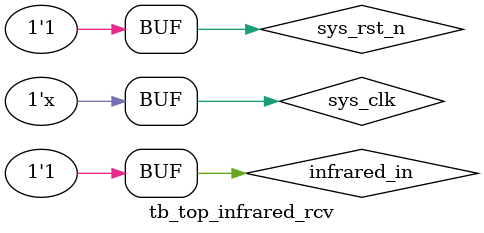
<source format=v>
`timescale  1ns/1ns

module  tb_top_infrared_rcv();

//********************************************************************//
//****************** Parameter and Internal Signal *******************//
//********************************************************************//

//wire  define
wire         led    ;
wire         stcp   ;
wire         shcp   ;
wire         ds     ;
wire         oe     ;

//reg   define
reg     sys_clk     ;
reg     sys_rst_n   ;
reg     infrared_in ;

//********************************************************************//
//***************************** Main Code ****************************//
//********************************************************************//

//对sys_clk,sys_rst_n,infrared_in赋值
initial
    begin
        sys_clk     =   1'b1;
        sys_rst_n   <=  1'b0;
        infrared_in <=  1'b1;
        #100
        sys_rst_n   <=  1'b1;
//引导码
        #1000
        infrared_in <=  1'b0; #9000000
        infrared_in <=  1'b1; #4500000
//地址码（发送地址码8’h99）
//数据1
        infrared_in <=  1'b0; #560000
        infrared_in <=  1'b1; #1690000
//数据0
        infrared_in <=  1'b0; #560000
        infrared_in <=  1'b1; #560000
//数据0
        infrared_in <=  1'b0; #560000
        infrared_in <=  1'b1; #560000
//数据1
        infrared_in <=  1'b0; #560000
        infrared_in <=  1'b1; #1690000
//数据1
        infrared_in <=  1'b0; #560000
        infrared_in <=  1'b1; #1690000
//数据0
        infrared_in <=  1'b0; #560000
        infrared_in <=  1'b1; #560000
//数据0
        infrared_in <=  1'b0; #560000
        infrared_in <=  1'b1; #560000
//数据1
        infrared_in <=  1'b0; #560000
        infrared_in <=  1'b1; #1690000
//地址反码（地址反码为8’h66）
//数据0
        infrared_in <=  1'b0; #560000
        infrared_in <=  1'b1; #560000
//数据1
        infrared_in <=  1'b0; #560000
        infrared_in <=  1'b1; #1690000
//数据1
        infrared_in <=  1'b0; #560000
        infrared_in <=  1'b1; #1690000
//数据0
        infrared_in <=  1'b0; #560000
        infrared_in <=  1'b1; #560000
//数据0
        infrared_in <=  1'b0; #560000
        infrared_in <=  1'b1; #560000
//数据1
        infrared_in <=  1'b0; #560000
        infrared_in <=  1'b1; #1690000
//数据1
        infrared_in <=  1'b0; #560000
        infrared_in <=  1'b1; #1690000
//数据0
        infrared_in <=  1'b0; #560000
        infrared_in <=  1'b1; #560000
//数据码（发送数据码8’h22）
//数据0
        infrared_in <=  1'b0; #560000
        infrared_in <=  1'b1; #560000
//数据1
        infrared_in <=  1'b0; #560000
        infrared_in <=  1'b1; #1690000
//数据0
        infrared_in <=  1'b0; #560000
        infrared_in <=  1'b1; #560000
//数据0
        infrared_in <=  1'b0; #560000
        infrared_in <=  1'b1; #560000
//数据0
        infrared_in <=  1'b0; #560000
        infrared_in <=  1'b1; #560000
//数据1
        infrared_in <=  1'b0; #560000
        infrared_in <=  1'b1; #1690000
//数据0
        infrared_in <=  1'b0; #560000
        infrared_in <=  1'b1; #560000
//数据0
        infrared_in <=  1'b0; #560000
        infrared_in <=  1'b1; #560000
//数据反码（数据反码为8’hdd）
//数据1
        infrared_in <=  1'b0; #560000
        infrared_in <=  1'b1; #1690000
//数据0
        infrared_in <=  1'b0; #560000
        infrared_in <=  1'b1; #560000
//数据1
        infrared_in <=  1'b0; #560000
        infrared_in <=  1'b1; #1690000
//数据1
        infrared_in <=  1'b0; #560000
        infrared_in <=  1'b1; #1690000
//数据1
        infrared_in <=  1'b0; #560000
        infrared_in <=  1'b1; #1690000
//数据0
        infrared_in <=  1'b0; #560000
        infrared_in <=  1'b1; #560000
//数据1
        infrared_in <=  1'b0; #560000
        infrared_in <=  1'b1; #1690000
//数据1
        infrared_in <=  1'b0; #560000
        infrared_in <=  1'b1; #1690000
//重复码
        infrared_in <=  1'b0; #560000
        infrared_in <=  1'b1; #42000000
        infrared_in <=  1'b0; #9000000
        infrared_in <=  1'b1; #2250000
        infrared_in <=  1'b0; #560000
        infrared_in <=  1'b1;
    end

//clk:产生时钟
always  #10 sys_clk <=  ~sys_clk;

//********************************************************************//
//*************************** Instantiation **************************//
//********************************************************************//

top_infrared_rcv    top_infrared_rcv_inst
(
    .sys_clk     (sys_clk    ),   //系统时钟，频率50MHz
    .sys_rst_n   (sys_rst_n  ),   //复位信号，低电平有效
    .infrared_in (infrared_in),   //红外接收信号
    
    .stcp        (stcp       ),   //输出数据存储寄时钟
    .shcp        (shcp       ),   //移位寄存器的时钟输入
    .ds          (ds         ),   //串行数据输入
    .oe          (oe         ),   //输出使能信号
    .led         (led        )    //led灯控制信号

);

endmodule

</source>
